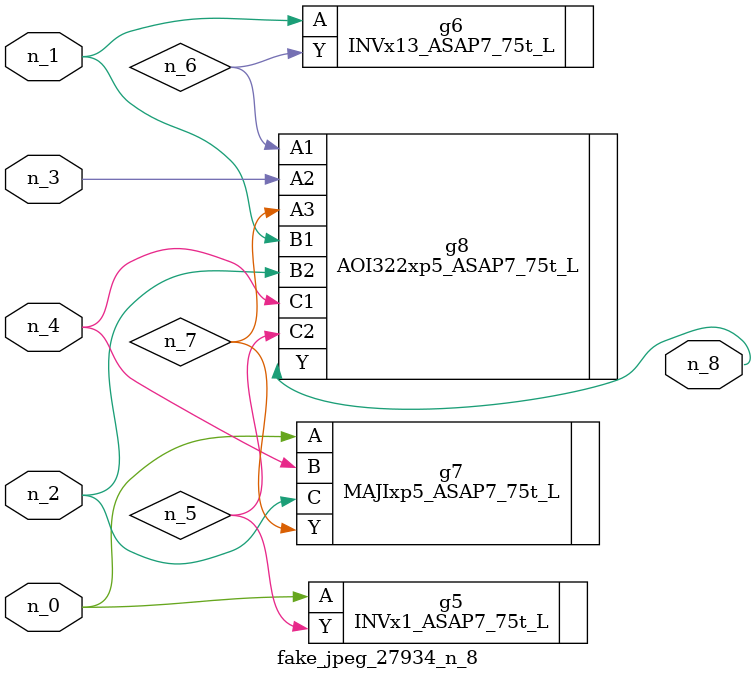
<source format=v>
module fake_jpeg_27934_n_8 (n_3, n_2, n_1, n_0, n_4, n_8);

input n_3;
input n_2;
input n_1;
input n_0;
input n_4;

output n_8;

wire n_6;
wire n_5;
wire n_7;

INVx1_ASAP7_75t_L g5 ( 
.A(n_0),
.Y(n_5)
);

INVx13_ASAP7_75t_L g6 ( 
.A(n_1),
.Y(n_6)
);

MAJIxp5_ASAP7_75t_L g7 ( 
.A(n_0),
.B(n_4),
.C(n_2),
.Y(n_7)
);

AOI322xp5_ASAP7_75t_L g8 ( 
.A1(n_6),
.A2(n_3),
.A3(n_7),
.B1(n_1),
.B2(n_2),
.C1(n_4),
.C2(n_5),
.Y(n_8)
);


endmodule
</source>
